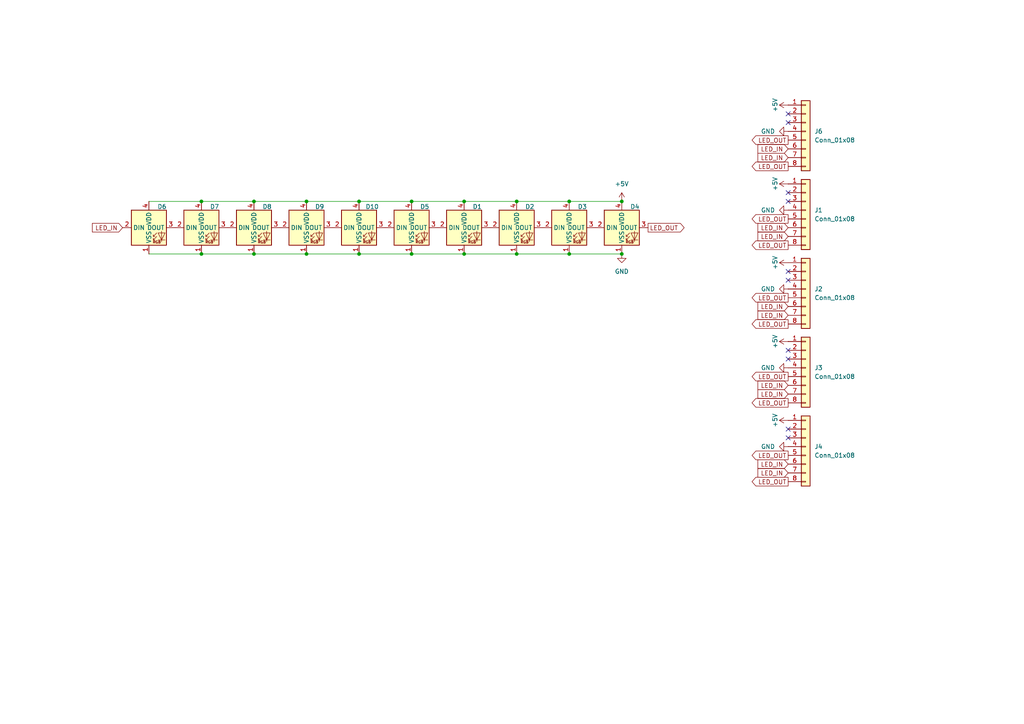
<source format=kicad_sch>
(kicad_sch (version 20231120) (generator "eeschema") (generator_version "8.0")
  (paper "A4")
  (lib_symbols
    (symbol "Connector_Generic:Conn_01x08" (pin_names (offset 1.016) hide)
      (property "Reference" "J" (at 0 10.16 0))
      (property "Value" "Conn_01x08" (at 0 -12.7 0))
      (symbol "Conn_01x08_1_1"
        (rectangle (start -1.27 -10.033) (end 0 -10.287) (stroke (width 0.1524)))
        (rectangle (start -1.27 -7.493) (end 0 -7.747) (stroke (width 0.1524)))
        (rectangle (start -1.27 -4.953) (end 0 -5.207) (stroke (width 0.1524)))
        (rectangle (start -1.27 -2.413) (end 0 -2.667) (stroke (width 0.1524)))
        (rectangle (start -1.27 0.127) (end 0 -0.127) (stroke (width 0.1524)))
        (rectangle (start -1.27 2.667) (end 0 2.413) (stroke (width 0.1524)))
        (rectangle (start -1.27 5.207) (end 0 4.953) (stroke (width 0.1524)))
        (rectangle (start -1.27 7.747) (end 0 7.493) (stroke (width 0.1524)))
        (rectangle (start -1.27 8.89) (end 1.27 -11.43) (stroke (width 0.254)) (fill (type background)))
        (pin passive line (at -5.08 7.62 0) (length 3.81) (name "Pin_1") (number "1"))
        (pin passive line (at -5.08 5.08 0) (length 3.81) (name "Pin_2") (number "2"))
        (pin passive line (at -5.08 2.54 0) (length 3.81) (name "Pin_3") (number "3"))
        (pin passive line (at -5.08 0 0) (length 3.81) (name "Pin_4") (number "4"))
        (pin passive line (at -5.08 -2.54 0) (length 3.81) (name "Pin_5") (number "5"))
        (pin passive line (at -5.08 -5.08 0) (length 3.81) (name "Pin_6") (number "6"))
        (pin passive line (at -5.08 -7.62 0) (length 3.81) (name "Pin_7") (number "7"))
        (pin passive line (at -5.08 -10.16 0) (length 3.81) (name "Pin_8") (number "8"))
      )
    )
    (symbol "LED:LiteOn_LTST-E563C"
      (property "Reference" "D" (at 5.08 5.715 0))
      (property "Value" "LiteOn_LTST-E563C" (at 1.27 -5.715 0))
      (symbol "LiteOn_LTST-E563C_0_0"
        (text "RGB" (at 2.286 -4.191 0) (effects (font (size 0.762 0.762))))
      )
      (symbol "LiteOn_LTST-E563C_0_1"
        (polyline (pts (xy 1.27 -3.556) (xy 1.778 -3.556)))
        (polyline (pts (xy 1.27 -2.54) (xy 1.778 -2.54)))
        (polyline (pts (xy 4.699 -3.556) (xy 2.667 -3.556)))
        (polyline (pts (xy 2.286 -2.54) (xy 1.27 -3.556) (xy 1.27 -3.048)))
        (polyline (pts (xy 2.286 -1.524) (xy 1.27 -2.54) (xy 1.27 -2.032)))
        (polyline (pts (xy 3.683 -1.016) (xy 3.683 -3.556) (xy 3.683 -4.064)))
        (polyline (pts (xy 4.699 -1.524) (xy 2.667 -1.524) (xy 3.683 -3.556) (xy 4.699 -1.524)))
        (rectangle (start 5.08 5.08) (end -5.08 -5.08) (stroke (width 0.254)) (fill (type background)))
      )
      (symbol "LiteOn_LTST-E563C_1_1"
        (pin power_in line (at 0 -7.62 90) (length 2.54) (name "VSS") (number "1"))
        (pin input line (at -7.62 0 0) (length 2.54) (name "DIN") (number "2"))
        (pin output line (at 7.62 0 180) (length 2.54) (name "DOUT") (number "3"))
        (pin power_in line (at 0 7.62 270) (length 2.54) (name "VDD") (number "4"))
      )
    )
    (symbol "power:+5V" (power) (pin_numbers hide) (pin_names (offset 0) hide)
      (property "Value" "+5V" (at 0 3.556 0))
      (symbol "+5V_0_1"
        (polyline (pts (xy -0.762 1.27) (xy 0 2.54)))
        (polyline (pts (xy 0 0) (xy 0 2.54)))
        (polyline (pts (xy 0 2.54) (xy 0.762 1.27)))
      )
      (symbol "+5V_1_1"
        (pin power_in line (at 0 0 90) (length 0) (name "~") (number "1"))
      )
    )
    (symbol "power:GND" (power) (pin_numbers hide) (pin_names (offset 0) hide)
      (property "Value" "GND" (at 0 -3.81 0))
      (symbol "GND_0_1"
        (polyline (pts (xy 0 0) (xy 0 -1.27) (xy 1.27 -1.27) (xy 0 -2.54) (xy -1.27 -1.27) (xy 0 -1.27)))
      )
      (symbol "GND_1_1"
        (pin power_in line (at 0 0 270) (length 0) (name "~") (number "1"))
      )
    )
  )
  (junction (at 165.1 73.66))
  (junction (at 149.86 58.42))
  (junction (at 73.66 73.66))
  (junction (at 119.38 58.42))
  (junction (at 119.38 73.66))
  (junction (at 149.86 73.66))
  (junction (at 134.62 58.42))
  (junction (at 180.34 73.66))
  (junction (at 88.9 73.66))
  (junction (at 104.14 58.42))
  (junction (at 58.42 58.42))
  (junction (at 88.9 58.42))
  (junction (at 134.62 73.66))
  (junction (at 180.34 58.42))
  (junction (at 165.1 58.42))
  (junction (at 104.14 73.66))
  (junction (at 58.42 73.66))
  (junction (at 73.66 58.42))
  (no_connect (at 228.6 124.46))
  (no_connect (at 228.6 35.56))
  (no_connect (at 228.6 104.14))
  (no_connect (at 228.6 81.28))
  (no_connect (at 228.6 101.6))
  (no_connect (at 228.6 78.74))
  (no_connect (at 228.6 55.88))
  (no_connect (at 228.6 127))
  (no_connect (at 228.6 58.42))
  (no_connect (at 228.6 33.02))
  (wire (pts (xy 43.18 73.66) (xy 58.42 73.66)))
  (wire (pts (xy 88.9 73.66) (xy 104.14 73.66)))
  (wire (pts (xy 119.38 58.42) (xy 134.62 58.42)))
  (wire (pts (xy 58.42 73.66) (xy 73.66 73.66)))
  (wire (pts (xy 134.62 58.42) (xy 149.86 58.42)))
  (wire (pts (xy 149.86 73.66) (xy 165.1 73.66)))
  (wire (pts (xy 73.66 73.66) (xy 88.9 73.66)))
  (wire (pts (xy 165.1 58.42) (xy 180.34 58.42)))
  (wire (pts (xy 43.18 58.42) (xy 58.42 58.42)))
  (wire (pts (xy 104.14 73.66) (xy 119.38 73.66)))
  (wire (pts (xy 88.9 58.42) (xy 104.14 58.42)))
  (wire (pts (xy 134.62 73.66) (xy 149.86 73.66)))
  (wire (pts (xy 104.14 58.42) (xy 119.38 58.42)))
  (wire (pts (xy 149.86 58.42) (xy 165.1 58.42)))
  (wire (pts (xy 58.42 58.42) (xy 73.66 58.42)))
  (wire (pts (xy 165.1 73.66) (xy 180.34 73.66)))
  (wire (pts (xy 119.38 73.66) (xy 134.62 73.66)))
  (wire (pts (xy 73.66 58.42) (xy 88.9 58.42)))
  (global_label "LED_OUT" (shape output) (at 228.6 40.64 180) (property "Intersheetrefs" "${INTERSHEET_REFS}" (effects (hide yes))))
  (global_label "LED_IN" (shape input) (at 228.6 111.76 180) (property "Intersheetrefs" "${INTERSHEET_REFS}" (effects (hide yes))))
  (global_label "LED_IN" (shape input) (at 228.6 137.16 180) (property "Intersheetrefs" "${INTERSHEET_REFS}" (effects (hide yes))))
  (global_label "LED_OUT" (shape output) (at 228.6 116.84 180) (property "Intersheetrefs" "${INTERSHEET_REFS}" (effects (hide yes))))
  (global_label "LED_IN" (shape input) (at 228.6 43.18 180) (property "Intersheetrefs" "${INTERSHEET_REFS}" (effects (hide yes))))
  (global_label "LED_IN" (shape input) (at 228.6 91.44 180) (property "Intersheetrefs" "${INTERSHEET_REFS}" (effects (hide yes))))
  (global_label "LED_IN" (shape input) (at 228.6 68.58 180) (property "Intersheetrefs" "${INTERSHEET_REFS}" (effects (hide yes))))
  (global_label "LED_OUT" (shape output) (at 228.6 86.36 180) (property "Intersheetrefs" "${INTERSHEET_REFS}" (effects (hide yes))))
  (global_label "LED_OUT" (shape output) (at 187.96 66.04 0) (property "Intersheetrefs" "${INTERSHEET_REFS}" (effects (hide yes))))
  (global_label "LED_IN" (shape input) (at 35.56 66.04 180) (property "Intersheetrefs" "${INTERSHEET_REFS}" (effects (hide yes))))
  (global_label "LED_IN" (shape input) (at 228.6 66.04 180) (property "Intersheetrefs" "${INTERSHEET_REFS}" (effects (hide yes))))
  (global_label "LED_OUT" (shape output) (at 228.6 139.7 180) (property "Intersheetrefs" "${INTERSHEET_REFS}" (effects (hide yes))))
  (global_label "LED_IN" (shape input) (at 228.6 88.9 180) (property "Intersheetrefs" "${INTERSHEET_REFS}" (effects (hide yes))))
  (global_label "LED_IN" (shape input) (at 228.6 45.72 180) (property "Intersheetrefs" "${INTERSHEET_REFS}" (effects (hide yes))))
  (global_label "LED_OUT" (shape output) (at 228.6 71.12 180) (property "Intersheetrefs" "${INTERSHEET_REFS}" (effects (hide yes))))
  (global_label "LED_IN" (shape input) (at 228.6 134.62 180) (property "Intersheetrefs" "${INTERSHEET_REFS}" (effects (hide yes))))
  (global_label "LED_OUT" (shape output) (at 228.6 132.08 180) (property "Intersheetrefs" "${INTERSHEET_REFS}" (effects (hide yes))))
  (global_label "LED_OUT" (shape output) (at 228.6 93.98 180) (property "Intersheetrefs" "${INTERSHEET_REFS}" (effects (hide yes))))
  (global_label "LED_OUT" (shape output) (at 228.6 109.22 180) (property "Intersheetrefs" "${INTERSHEET_REFS}" (effects (hide yes))))
  (global_label "LED_OUT" (shape output) (at 228.6 48.26 180) (property "Intersheetrefs" "${INTERSHEET_REFS}" (effects (hide yes))))
  (global_label "LED_OUT" (shape output) (at 228.6 63.5 180) (property "Intersheetrefs" "${INTERSHEET_REFS}" (effects (hide yes))))
  (global_label "LED_IN" (shape input) (at 228.6 114.3 180) (property "Intersheetrefs" "${INTERSHEET_REFS}" (effects (hide yes))))
  (symbol (lib_id "LED:LiteOn_LTST-E563C") (at 73.66 66.04 0) (unit 1)
    (property "Reference" "D8" (at 77.47 59.944 0))
    (property "Value" "LiteOn_LTST-E563C" (effects (hide yes)))
    (property "Footprint" "LED_SMD:LED_LiteOn_LTST-E563C_PLCC4_5.0x5.0mm_P3.2mm" (effects (hide yes)))
    (property "Datasheet" "https://optoelectronics.liteon.com/upload/download/DS35-2018-0092/LTST-E563CHEGBW-AW.PDF" (effects (hide yes)))
    (property "Description" "5x5mm RGB LED with integrated controller" (effects (hide yes)))
  )
  (symbol (lib_id "power:+5V") (at 228.6 76.2 90) (unit 1)
    (property "Reference" "#PWR05" (effects (hide yes)))
    (property "Value" "+5V" (at 224.79 76.2 0))
    (property "Description" "Power symbol creates a global label with name \"+5V\"" (effects (hide yes)))
  )
  (symbol (lib_id "Connector_Generic:Conn_01x08") (at 233.68 83.82 0) (unit 1)
    (property "Reference" "J2" (at 236.22 83.8199 0) (effects (justify left)))
    (property "Value" "Conn_01x08" (at 236.22 86.3599 0) (effects (justify left)))
    (property "Footprint" "sws:Pentagon-edge" (effects (hide yes)))
    (property "Description" "Generic connector, single row, 01x08, script generated (kicad-library-utils/schlib/autogen/connector/)" (effects (hide yes)))
  )
  (symbol (lib_id "power:GND") (at 228.6 60.96 270) (unit 1)
    (property "Reference" "#PWR02" (effects (hide yes)))
    (property "Value" "GND" (at 224.79 60.9599 90) (effects (justify right)))
    (property "Description" "Power symbol creates a global label with name \"GND\" , ground" (effects (hide yes)))
  )
  (symbol (lib_id "Connector_Generic:Conn_01x08") (at 233.68 106.68 0) (unit 1)
    (property "Reference" "J3" (at 236.22 106.6799 0) (effects (justify left)))
    (property "Value" "Conn_01x08" (at 236.22 109.2199 0) (effects (justify left)))
    (property "Footprint" "sws:Pentagon-edge" (effects (hide yes)))
    (property "Description" "Generic connector, single row, 01x08, script generated (kicad-library-utils/schlib/autogen/connector/)" (effects (hide yes)))
  )
  (symbol (lib_id "power:+5V") (at 228.6 99.06 90) (unit 1)
    (property "Reference" "#PWR07" (effects (hide yes)))
    (property "Value" "+5V" (at 224.79 99.06 0))
    (property "Description" "Power symbol creates a global label with name \"+5V\"" (effects (hide yes)))
  )
  (symbol (lib_id "LED:LiteOn_LTST-E563C") (at 119.38 66.04 0) (unit 1)
    (property "Reference" "D5" (at 123.19 59.944 0))
    (property "Value" "LiteOn_LTST-E563C" (effects (hide yes)))
    (property "Footprint" "LED_SMD:LED_LiteOn_LTST-E563C_PLCC4_5.0x5.0mm_P3.2mm" (effects (hide yes)))
    (property "Datasheet" "https://optoelectronics.liteon.com/upload/download/DS35-2018-0092/LTST-E563CHEGBW-AW.PDF" (effects (hide yes)))
    (property "Description" "5x5mm RGB LED with integrated controller" (effects (hide yes)))
  )
  (symbol (lib_id "LED:LiteOn_LTST-E563C") (at 104.14 66.04 0) (unit 1)
    (property "Reference" "D10" (at 107.95 59.944 0))
    (property "Value" "LiteOn_LTST-E563C" (effects (hide yes)))
    (property "Footprint" "LED_SMD:LED_LiteOn_LTST-E563C_PLCC4_5.0x5.0mm_P3.2mm" (effects (hide yes)))
    (property "Datasheet" "https://optoelectronics.liteon.com/upload/download/DS35-2018-0092/LTST-E563CHEGBW-AW.PDF" (effects (hide yes)))
    (property "Description" "5x5mm RGB LED with integrated controller" (effects (hide yes)))
  )
  (symbol (lib_id "power:+5V") (at 228.6 30.48 90) (unit 1)
    (property "Reference" "#PWR013" (effects (hide yes)))
    (property "Value" "+5V" (at 224.79 30.48 0))
    (property "Description" "Power symbol creates a global label with name \"+5V\"" (effects (hide yes)))
  )
  (symbol (lib_id "LED:LiteOn_LTST-E563C") (at 88.9 66.04 0) (unit 1)
    (property "Reference" "D9" (at 92.71 59.944 0))
    (property "Value" "LiteOn_LTST-E563C" (effects (hide yes)))
    (property "Footprint" "LED_SMD:LED_LiteOn_LTST-E563C_PLCC4_5.0x5.0mm_P3.2mm" (effects (hide yes)))
    (property "Datasheet" "https://optoelectronics.liteon.com/upload/download/DS35-2018-0092/LTST-E563CHEGBW-AW.PDF" (effects (hide yes)))
    (property "Description" "5x5mm RGB LED with integrated controller" (effects (hide yes)))
  )
  (symbol (lib_id "power:+5V") (at 180.34 58.42 0) (unit 1)
    (property "Reference" "#PWR04" (effects (hide yes)))
    (property "Value" "+5V" (at 180.34 53.34 0))
    (property "Description" "Power symbol creates a global label with name \"+5V\"" (effects (hide yes)))
  )
  (symbol (lib_id "LED:LiteOn_LTST-E563C") (at 43.18 66.04 0) (unit 1)
    (property "Reference" "D6" (at 46.99 59.944 0))
    (property "Value" "LiteOn_LTST-E563C" (effects (hide yes)))
    (property "Footprint" "LED_SMD:LED_LiteOn_LTST-E563C_PLCC4_5.0x5.0mm_P3.2mm" (effects (hide yes)))
    (property "Datasheet" "https://optoelectronics.liteon.com/upload/download/DS35-2018-0092/LTST-E563CHEGBW-AW.PDF" (effects (hide yes)))
    (property "Description" "5x5mm RGB LED with integrated controller" (effects (hide yes)))
  )
  (symbol (lib_id "Connector_Generic:Conn_01x08") (at 233.68 38.1 0) (unit 1)
    (property "Reference" "J6" (at 236.22 38.0999 0) (effects (justify left)))
    (property "Value" "Conn_01x08" (at 236.22 40.6399 0) (effects (justify left)))
    (property "Footprint" "sws:Pentagon-edge" (effects (hide yes)))
    (property "Description" "Generic connector, single row, 01x08, script generated (kicad-library-utils/schlib/autogen/connector/)" (effects (hide yes)))
  )
  (symbol (lib_id "LED:LiteOn_LTST-E563C") (at 149.86 66.04 0) (unit 1)
    (property "Reference" "D2" (at 153.67 59.944 0))
    (property "Value" "LiteOn_LTST-E563C" (effects (hide yes)))
    (property "Footprint" "LED_SMD:LED_LiteOn_LTST-E563C_PLCC4_5.0x5.0mm_P3.2mm" (effects (hide yes)))
    (property "Datasheet" "https://optoelectronics.liteon.com/upload/download/DS35-2018-0092/LTST-E563CHEGBW-AW.PDF" (effects (hide yes)))
    (property "Description" "5x5mm RGB LED with integrated controller" (effects (hide yes)))
  )
  (symbol (lib_id "LED:LiteOn_LTST-E563C") (at 180.34 66.04 0) (unit 1)
    (property "Reference" "D4" (at 184.15 59.944 0))
    (property "Value" "LiteOn_LTST-E563C" (effects (hide yes)))
    (property "Footprint" "LED_SMD:LED_LiteOn_LTST-E563C_PLCC4_5.0x5.0mm_P3.2mm" (effects (hide yes)))
    (property "Datasheet" "https://optoelectronics.liteon.com/upload/download/DS35-2018-0092/LTST-E563CHEGBW-AW.PDF" (effects (hide yes)))
    (property "Description" "5x5mm RGB LED with integrated controller" (effects (hide yes)))
  )
  (symbol (lib_id "LED:LiteOn_LTST-E563C") (at 165.1 66.04 0) (unit 1)
    (property "Reference" "D3" (at 168.91 59.944 0))
    (property "Value" "LiteOn_LTST-E563C" (effects (hide yes)))
    (property "Footprint" "LED_SMD:LED_LiteOn_LTST-E563C_PLCC4_5.0x5.0mm_P3.2mm" (effects (hide yes)))
    (property "Datasheet" "https://optoelectronics.liteon.com/upload/download/DS35-2018-0092/LTST-E563CHEGBW-AW.PDF" (effects (hide yes)))
    (property "Description" "5x5mm RGB LED with integrated controller" (effects (hide yes)))
  )
  (symbol (lib_id "power:+5V") (at 228.6 121.92 90) (unit 1)
    (property "Reference" "#PWR09" (effects (hide yes)))
    (property "Value" "+5V" (at 224.79 121.92 0))
    (property "Description" "Power symbol creates a global label with name \"+5V\"" (effects (hide yes)))
  )
  (symbol (lib_id "power:GND") (at 228.6 83.82 270) (unit 1)
    (property "Reference" "#PWR06" (effects (hide yes)))
    (property "Value" "GND" (at 224.79 83.8199 90) (effects (justify right)))
    (property "Description" "Power symbol creates a global label with name \"GND\" , ground" (effects (hide yes)))
  )
  (symbol (lib_id "power:GND") (at 228.6 129.54 270) (unit 1)
    (property "Reference" "#PWR010" (effects (hide yes)))
    (property "Value" "GND" (at 224.79 129.5399 90) (effects (justify right)))
    (property "Description" "Power symbol creates a global label with name \"GND\" , ground" (effects (hide yes)))
  )
  (symbol (lib_id "Connector_Generic:Conn_01x08") (at 233.68 60.96 0) (unit 1)
    (property "Reference" "J1" (at 236.22 60.9599 0) (effects (justify left)))
    (property "Value" "Conn_01x08" (at 236.22 63.4999 0) (effects (justify left)))
    (property "Footprint" "sws:Pentagon-edge" (effects (hide yes)))
    (property "Description" "Generic connector, single row, 01x08, script generated (kicad-library-utils/schlib/autogen/connector/)" (effects (hide yes)))
  )
  (symbol (lib_id "Connector_Generic:Conn_01x08") (at 233.68 129.54 0) (unit 1)
    (property "Reference" "J4" (at 236.22 129.5399 0) (effects (justify left)))
    (property "Value" "Conn_01x08" (at 236.22 132.0799 0) (effects (justify left)))
    (property "Footprint" "sws:Pentagon-edge" (effects (hide yes)))
    (property "Description" "Generic connector, single row, 01x08, script generated (kicad-library-utils/schlib/autogen/connector/)" (effects (hide yes)))
  )
  (symbol (lib_id "power:GND") (at 180.34 73.66 0) (unit 1)
    (property "Reference" "#PWR03" (effects (hide yes)))
    (property "Value" "GND" (at 180.34 78.74 0))
    (property "Description" "Power symbol creates a global label with name \"GND\" , ground" (effects (hide yes)))
  )
  (symbol (lib_id "power:GND") (at 228.6 106.68 270) (unit 1)
    (property "Reference" "#PWR08" (effects (hide yes)))
    (property "Value" "GND" (at 224.79 106.6799 90) (effects (justify right)))
    (property "Description" "Power symbol creates a global label with name \"GND\" , ground" (effects (hide yes)))
  )
  (symbol (lib_id "power:+5V") (at 228.6 53.34 90) (unit 1)
    (property "Reference" "#PWR01" (effects (hide yes)))
    (property "Value" "+5V" (at 224.79 53.34 0))
    (property "Description" "Power symbol creates a global label with name \"+5V\"" (effects (hide yes)))
  )
  (symbol (lib_id "LED:LiteOn_LTST-E563C") (at 58.42 66.04 0) (unit 1)
    (property "Reference" "D7" (at 62.23 59.944 0))
    (property "Value" "LiteOn_LTST-E563C" (effects (hide yes)))
    (property "Footprint" "LED_SMD:LED_LiteOn_LTST-E563C_PLCC4_5.0x5.0mm_P3.2mm" (effects (hide yes)))
    (property "Datasheet" "https://optoelectronics.liteon.com/upload/download/DS35-2018-0092/LTST-E563CHEGBW-AW.PDF" (effects (hide yes)))
    (property "Description" "5x5mm RGB LED with integrated controller" (effects (hide yes)))
  )
  (symbol (lib_id "power:GND") (at 228.6 38.1 270) (unit 1)
    (property "Reference" "#PWR014" (effects (hide yes)))
    (property "Value" "GND" (at 224.79 38.0999 90) (effects (justify right)))
    (property "Description" "Power symbol creates a global label with name \"GND\" , ground" (effects (hide yes)))
  )
  (symbol (lib_id "LED:LiteOn_LTST-E563C") (at 134.62 66.04 0) (unit 1)
    (property "Reference" "D1" (at 138.43 59.944 0))
    (property "Value" "LiteOn_LTST-E563C" (effects (hide yes)))
    (property "Footprint" "LED_SMD:LED_LiteOn_LTST-E563C_PLCC4_5.0x5.0mm_P3.2mm" (effects (hide yes)))
    (property "Datasheet" "https://optoelectronics.liteon.com/upload/download/DS35-2018-0092/LTST-E563CHEGBW-AW.PDF" (effects (hide yes)))
    (property "Description" "5x5mm RGB LED with integrated controller" (effects (hide yes)))
  )
)
</source>
